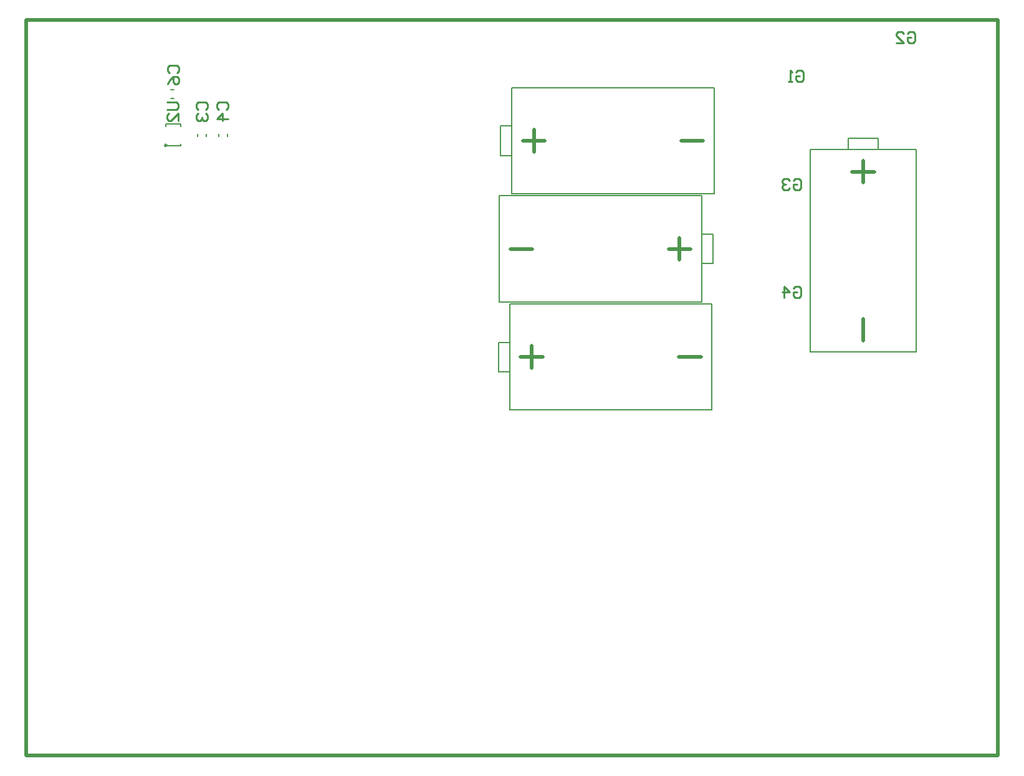
<source format=gbo>
G04*
G04 #@! TF.GenerationSoftware,Altium Limited,Altium Designer,19.0.10 (269)*
G04*
G04 Layer_Color=32896*
%FSLAX44Y44*%
%MOMM*%
G71*
G01*
G75*
%ADD10C,0.2540*%
%ADD11C,0.3000*%
%ADD13C,0.1500*%
%ADD14C,0.5080*%
%ADD83C,0.5000*%
D10*
X191185Y-111420D02*
X203881D01*
X206420Y-113959D01*
Y-119038D01*
X203881Y-121577D01*
X191185D01*
X206420Y-136812D02*
Y-126655D01*
X196263Y-136812D01*
X193724D01*
X191185Y-134273D01*
Y-129194D01*
X193724Y-126655D01*
X194584Y-71607D02*
X192045Y-69068D01*
Y-63989D01*
X194584Y-61450D01*
X204741D01*
X207280Y-63989D01*
Y-69068D01*
X204741Y-71607D01*
X192045Y-86842D02*
X194584Y-81763D01*
X199662Y-76685D01*
X204741D01*
X207280Y-79224D01*
Y-84303D01*
X204741Y-86842D01*
X202202D01*
X199662Y-84303D01*
Y-76685D01*
X261804Y-121657D02*
X259265Y-119117D01*
Y-114039D01*
X261804Y-111500D01*
X271961D01*
X274500Y-114039D01*
Y-119117D01*
X271961Y-121657D01*
X274500Y-134353D02*
X259265D01*
X266883Y-126735D01*
Y-136892D01*
X233304Y-121657D02*
X230765Y-119117D01*
Y-114039D01*
X233304Y-111500D01*
X243461D01*
X246000Y-114039D01*
Y-119117D01*
X243461Y-121657D01*
X233304Y-126735D02*
X230765Y-129274D01*
Y-134353D01*
X233304Y-136892D01*
X235843D01*
X238382Y-134353D01*
Y-131813D01*
Y-134353D01*
X240922Y-136892D01*
X243461D01*
X246000Y-134353D01*
Y-129274D01*
X243461Y-126735D01*
X1045427Y-70980D02*
X1047967Y-68441D01*
X1053045D01*
X1055584Y-70980D01*
Y-81137D01*
X1053045Y-83676D01*
X1047967D01*
X1045427Y-81137D01*
Y-76059D01*
X1050506D01*
X1040349Y-83676D02*
X1035271D01*
X1037810D01*
Y-68441D01*
X1040349Y-70980D01*
X1042477Y-364988D02*
X1045016Y-362449D01*
X1050095D01*
X1052634Y-364988D01*
Y-375145D01*
X1050095Y-377684D01*
X1045016D01*
X1042477Y-375145D01*
Y-370066D01*
X1047556D01*
X1029781Y-377684D02*
Y-362449D01*
X1037399Y-370066D01*
X1027242D01*
X1197123Y-18040D02*
X1199662Y-15501D01*
X1204741D01*
X1207280Y-18040D01*
Y-28197D01*
X1204741Y-30736D01*
X1199662D01*
X1197123Y-28197D01*
Y-23119D01*
X1202202D01*
X1181888Y-30736D02*
X1192045D01*
X1181888Y-20579D01*
Y-18040D01*
X1184427Y-15501D01*
X1189506D01*
X1192045Y-18040D01*
X1042477Y-217906D02*
X1045016Y-215367D01*
X1050095D01*
X1052634Y-217906D01*
Y-228063D01*
X1050095Y-230602D01*
X1045016D01*
X1042477Y-228063D01*
Y-222985D01*
X1047556D01*
X1037399Y-217906D02*
X1034860Y-215367D01*
X1029781D01*
X1027242Y-217906D01*
Y-220445D01*
X1029781Y-222985D01*
X1032321D01*
X1029781D01*
X1027242Y-225524D01*
Y-228063D01*
X1029781Y-230602D01*
X1034860D01*
X1037399Y-228063D01*
D11*
X190500Y-170268D02*
G03*
X190500Y-170268I-1000J0D01*
G01*
D13*
X196700Y-106920D02*
X200700D01*
X196700Y-94920D02*
X200700D01*
X232500Y-158500D02*
Y-154500D01*
X244500Y-158500D02*
Y-154500D01*
X261500Y-158500D02*
Y-154500D01*
X273500Y-158500D02*
Y-154500D01*
X189500Y-171268D02*
X209500D01*
X189500Y-141268D02*
X209500D01*
Y-171268D02*
Y-168268D01*
X189500Y-171268D02*
Y-168268D01*
Y-144268D02*
Y-141268D01*
X209500Y-144268D02*
Y-141268D01*
X659500Y-236000D02*
X934500D01*
X659500D02*
Y-92000D01*
X934500D01*
X934500Y-236000D02*
Y-92000D01*
X644500Y-184000D02*
Y-144000D01*
X659500D01*
X644500Y-184000D02*
X659500D01*
X641500Y-478000D02*
X656500D01*
X641500Y-438000D02*
X656500D01*
X641500Y-478000D02*
Y-438000D01*
X931500Y-530000D02*
Y-386000D01*
X656500D02*
X931500D01*
X656500Y-530000D02*
Y-386000D01*
Y-530000D02*
X931500D01*
X1117000Y-176000D02*
Y-161000D01*
X1157000Y-176000D02*
Y-161000D01*
X1117000D02*
X1157000D01*
X1065000Y-451000D02*
X1209000D01*
Y-451000D02*
Y-176000D01*
X1065000D02*
X1209000D01*
X1065000Y-451000D02*
Y-176000D01*
X917500Y-291000D02*
X932500D01*
X917500Y-331000D02*
X932500D01*
Y-291000D01*
X642500Y-383000D02*
Y-239000D01*
X642500Y-383000D02*
X917500D01*
Y-239000D01*
X642500D02*
X917500D01*
D14*
X0Y-1000000D02*
X1320000D01*
Y0D01*
X0D02*
X1320000D01*
X0Y-1000000D02*
Y0D01*
D83*
X674500Y-164000D02*
X704500D01*
X689500Y-179000D02*
Y-149000D01*
X889500Y-164000D02*
X919500D01*
X886500Y-458000D02*
X916500D01*
X686500Y-473000D02*
Y-443000D01*
X671500Y-458000D02*
X701500D01*
X1137000Y-436000D02*
Y-406000D01*
X1122000Y-206000D02*
X1152000D01*
X1137000Y-221000D02*
Y-191000D01*
X657500Y-311000D02*
X687500D01*
X887500Y-326000D02*
Y-296000D01*
X872500Y-311000D02*
X902500D01*
M02*

</source>
